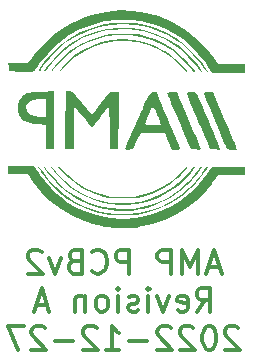
<source format=gbo>
%TF.GenerationSoftware,KiCad,Pcbnew,6.0.10-86aedd382b~118~ubuntu20.04.1*%
%TF.CreationDate,2022-12-27T17:01:33-05:00*%
%TF.ProjectId,AMP_PCBv2,414d505f-5043-4427-9632-2e6b69636164,A*%
%TF.SameCoordinates,Original*%
%TF.FileFunction,Legend,Bot*%
%TF.FilePolarity,Positive*%
%FSLAX46Y46*%
G04 Gerber Fmt 4.6, Leading zero omitted, Abs format (unit mm)*
G04 Created by KiCad (PCBNEW 6.0.10-86aedd382b~118~ubuntu20.04.1) date 2022-12-27 17:01:33*
%MOMM*%
%LPD*%
G01*
G04 APERTURE LIST*
G04 Aperture macros list*
%AMRoundRect*
0 Rectangle with rounded corners*
0 $1 Rounding radius*
0 $2 $3 $4 $5 $6 $7 $8 $9 X,Y pos of 4 corners*
0 Add a 4 corners polygon primitive as box body*
4,1,4,$2,$3,$4,$5,$6,$7,$8,$9,$2,$3,0*
0 Add four circle primitives for the rounded corners*
1,1,$1+$1,$2,$3*
1,1,$1+$1,$4,$5*
1,1,$1+$1,$6,$7*
1,1,$1+$1,$8,$9*
0 Add four rect primitives between the rounded corners*
20,1,$1+$1,$2,$3,$4,$5,0*
20,1,$1+$1,$4,$5,$6,$7,0*
20,1,$1+$1,$6,$7,$8,$9,0*
20,1,$1+$1,$8,$9,$2,$3,0*%
G04 Aperture macros list end*
%ADD10C,0.300000*%
%ADD11R,1.600000X1.600000*%
%ADD12O,1.600000X1.600000*%
%ADD13R,1.700000X1.700000*%
%ADD14O,1.700000X1.700000*%
%ADD15C,1.524000*%
%ADD16R,1.717500X1.800000*%
%ADD17O,1.717500X1.800000*%
%ADD18C,3.200000*%
%ADD19RoundRect,0.250001X-1.099999X-1.399999X1.099999X-1.399999X1.099999X1.399999X-1.099999X1.399999X0*%
%ADD20O,2.700000X3.300000*%
%ADD21R,1.800000X1.800000*%
%ADD22C,1.800000*%
%ADD23RoundRect,0.250001X1.099999X1.399999X-1.099999X1.399999X-1.099999X-1.399999X1.099999X-1.399999X0*%
%ADD24R,1.905000X2.000000*%
%ADD25O,1.905000X2.000000*%
%ADD26C,1.600000*%
%ADD27RoundRect,0.250000X-0.845000X0.620000X-0.845000X-0.620000X0.845000X-0.620000X0.845000X0.620000X0*%
%ADD28O,2.190000X1.740000*%
%ADD29R,1.400000X1.400000*%
%ADD30C,1.400000*%
%ADD31C,3.000000*%
G04 APERTURE END LIST*
D10*
X155669238Y-75091333D02*
X154716857Y-75091333D01*
X155859714Y-75662761D02*
X155193047Y-73662761D01*
X154526380Y-75662761D01*
X153859714Y-75662761D02*
X153859714Y-73662761D01*
X153193047Y-75091333D01*
X152526380Y-73662761D01*
X152526380Y-75662761D01*
X151574000Y-75662761D02*
X151574000Y-73662761D01*
X150812095Y-73662761D01*
X150621619Y-73758000D01*
X150526380Y-73853238D01*
X150431142Y-74043714D01*
X150431142Y-74329428D01*
X150526380Y-74519904D01*
X150621619Y-74615142D01*
X150812095Y-74710380D01*
X151574000Y-74710380D01*
X148050190Y-75662761D02*
X148050190Y-73662761D01*
X147288285Y-73662761D01*
X147097809Y-73758000D01*
X147002571Y-73853238D01*
X146907333Y-74043714D01*
X146907333Y-74329428D01*
X147002571Y-74519904D01*
X147097809Y-74615142D01*
X147288285Y-74710380D01*
X148050190Y-74710380D01*
X144907333Y-75472285D02*
X145002571Y-75567523D01*
X145288285Y-75662761D01*
X145478761Y-75662761D01*
X145764476Y-75567523D01*
X145954952Y-75377047D01*
X146050190Y-75186571D01*
X146145428Y-74805619D01*
X146145428Y-74519904D01*
X146050190Y-74138952D01*
X145954952Y-73948476D01*
X145764476Y-73758000D01*
X145478761Y-73662761D01*
X145288285Y-73662761D01*
X145002571Y-73758000D01*
X144907333Y-73853238D01*
X143383523Y-74615142D02*
X143097809Y-74710380D01*
X143002571Y-74805619D01*
X142907333Y-74996095D01*
X142907333Y-75281809D01*
X143002571Y-75472285D01*
X143097809Y-75567523D01*
X143288285Y-75662761D01*
X144050190Y-75662761D01*
X144050190Y-73662761D01*
X143383523Y-73662761D01*
X143193047Y-73758000D01*
X143097809Y-73853238D01*
X143002571Y-74043714D01*
X143002571Y-74234190D01*
X143097809Y-74424666D01*
X143193047Y-74519904D01*
X143383523Y-74615142D01*
X144050190Y-74615142D01*
X142240666Y-74329428D02*
X141764476Y-75662761D01*
X141288285Y-74329428D01*
X140621619Y-73853238D02*
X140526380Y-73758000D01*
X140335904Y-73662761D01*
X139859714Y-73662761D01*
X139669238Y-73758000D01*
X139574000Y-73853238D01*
X139478761Y-74043714D01*
X139478761Y-74234190D01*
X139574000Y-74519904D01*
X140716857Y-75662761D01*
X139478761Y-75662761D01*
X153764476Y-78882761D02*
X154431142Y-77930380D01*
X154907333Y-78882761D02*
X154907333Y-76882761D01*
X154145428Y-76882761D01*
X153954952Y-76978000D01*
X153859714Y-77073238D01*
X153764476Y-77263714D01*
X153764476Y-77549428D01*
X153859714Y-77739904D01*
X153954952Y-77835142D01*
X154145428Y-77930380D01*
X154907333Y-77930380D01*
X152145428Y-78787523D02*
X152335904Y-78882761D01*
X152716857Y-78882761D01*
X152907333Y-78787523D01*
X153002571Y-78597047D01*
X153002571Y-77835142D01*
X152907333Y-77644666D01*
X152716857Y-77549428D01*
X152335904Y-77549428D01*
X152145428Y-77644666D01*
X152050190Y-77835142D01*
X152050190Y-78025619D01*
X153002571Y-78216095D01*
X151383523Y-77549428D02*
X150907333Y-78882761D01*
X150431142Y-77549428D01*
X149669238Y-78882761D02*
X149669238Y-77549428D01*
X149669238Y-76882761D02*
X149764476Y-76978000D01*
X149669238Y-77073238D01*
X149574000Y-76978000D01*
X149669238Y-76882761D01*
X149669238Y-77073238D01*
X148812095Y-78787523D02*
X148621619Y-78882761D01*
X148240666Y-78882761D01*
X148050190Y-78787523D01*
X147954952Y-78597047D01*
X147954952Y-78501809D01*
X148050190Y-78311333D01*
X148240666Y-78216095D01*
X148526380Y-78216095D01*
X148716857Y-78120857D01*
X148812095Y-77930380D01*
X148812095Y-77835142D01*
X148716857Y-77644666D01*
X148526380Y-77549428D01*
X148240666Y-77549428D01*
X148050190Y-77644666D01*
X147097809Y-78882761D02*
X147097809Y-77549428D01*
X147097809Y-76882761D02*
X147193047Y-76978000D01*
X147097809Y-77073238D01*
X147002571Y-76978000D01*
X147097809Y-76882761D01*
X147097809Y-77073238D01*
X145859714Y-78882761D02*
X146050190Y-78787523D01*
X146145428Y-78692285D01*
X146240666Y-78501809D01*
X146240666Y-77930380D01*
X146145428Y-77739904D01*
X146050190Y-77644666D01*
X145859714Y-77549428D01*
X145574000Y-77549428D01*
X145383523Y-77644666D01*
X145288285Y-77739904D01*
X145193047Y-77930380D01*
X145193047Y-78501809D01*
X145288285Y-78692285D01*
X145383523Y-78787523D01*
X145574000Y-78882761D01*
X145859714Y-78882761D01*
X144335904Y-77549428D02*
X144335904Y-78882761D01*
X144335904Y-77739904D02*
X144240666Y-77644666D01*
X144050190Y-77549428D01*
X143764476Y-77549428D01*
X143574000Y-77644666D01*
X143478761Y-77835142D01*
X143478761Y-78882761D01*
X141097809Y-78311333D02*
X140145428Y-78311333D01*
X141288285Y-78882761D02*
X140621619Y-76882761D01*
X139954952Y-78882761D01*
X157288285Y-80293238D02*
X157193047Y-80198000D01*
X157002571Y-80102761D01*
X156526380Y-80102761D01*
X156335904Y-80198000D01*
X156240666Y-80293238D01*
X156145428Y-80483714D01*
X156145428Y-80674190D01*
X156240666Y-80959904D01*
X157383523Y-82102761D01*
X156145428Y-82102761D01*
X154907333Y-80102761D02*
X154716857Y-80102761D01*
X154526380Y-80198000D01*
X154431142Y-80293238D01*
X154335904Y-80483714D01*
X154240666Y-80864666D01*
X154240666Y-81340857D01*
X154335904Y-81721809D01*
X154431142Y-81912285D01*
X154526380Y-82007523D01*
X154716857Y-82102761D01*
X154907333Y-82102761D01*
X155097809Y-82007523D01*
X155193047Y-81912285D01*
X155288285Y-81721809D01*
X155383523Y-81340857D01*
X155383523Y-80864666D01*
X155288285Y-80483714D01*
X155193047Y-80293238D01*
X155097809Y-80198000D01*
X154907333Y-80102761D01*
X153478761Y-80293238D02*
X153383523Y-80198000D01*
X153193047Y-80102761D01*
X152716857Y-80102761D01*
X152526380Y-80198000D01*
X152431142Y-80293238D01*
X152335904Y-80483714D01*
X152335904Y-80674190D01*
X152431142Y-80959904D01*
X153574000Y-82102761D01*
X152335904Y-82102761D01*
X151574000Y-80293238D02*
X151478761Y-80198000D01*
X151288285Y-80102761D01*
X150812095Y-80102761D01*
X150621619Y-80198000D01*
X150526380Y-80293238D01*
X150431142Y-80483714D01*
X150431142Y-80674190D01*
X150526380Y-80959904D01*
X151669238Y-82102761D01*
X150431142Y-82102761D01*
X149574000Y-81340857D02*
X148050190Y-81340857D01*
X146050190Y-82102761D02*
X147193047Y-82102761D01*
X146621619Y-82102761D02*
X146621619Y-80102761D01*
X146812095Y-80388476D01*
X147002571Y-80578952D01*
X147193047Y-80674190D01*
X145288285Y-80293238D02*
X145193047Y-80198000D01*
X145002571Y-80102761D01*
X144526380Y-80102761D01*
X144335904Y-80198000D01*
X144240666Y-80293238D01*
X144145428Y-80483714D01*
X144145428Y-80674190D01*
X144240666Y-80959904D01*
X145383523Y-82102761D01*
X144145428Y-82102761D01*
X143288285Y-81340857D02*
X141764476Y-81340857D01*
X140907333Y-80293238D02*
X140812095Y-80198000D01*
X140621619Y-80102761D01*
X140145428Y-80102761D01*
X139954952Y-80198000D01*
X139859714Y-80293238D01*
X139764476Y-80483714D01*
X139764476Y-80674190D01*
X139859714Y-80959904D01*
X141002571Y-82102761D01*
X139764476Y-82102761D01*
X139097809Y-80102761D02*
X137764476Y-80102761D01*
X138621619Y-82102761D01*
%TO.C,G\u002A\u002A\u002A*%
G36*
X153399898Y-60305744D02*
G01*
X153618943Y-60318962D01*
X153737130Y-60357510D01*
X153788000Y-60430535D01*
X153803987Y-60475047D01*
X153870919Y-60643493D01*
X153977737Y-60903244D01*
X154113758Y-61228438D01*
X154268298Y-61593211D01*
X154413502Y-61934138D01*
X154700252Y-62609005D01*
X154962009Y-63227216D01*
X155192472Y-63773809D01*
X155385341Y-64233820D01*
X155534315Y-64592284D01*
X155633091Y-64834239D01*
X155770582Y-65177520D01*
X155331486Y-65156211D01*
X154892390Y-65134901D01*
X154588786Y-64419408D01*
X154456476Y-64107199D01*
X154275091Y-63678437D01*
X154084201Y-63226593D01*
X153908274Y-62809549D01*
X153755995Y-62448399D01*
X153563352Y-61991914D01*
X153376250Y-61548916D01*
X153219683Y-61178604D01*
X153111814Y-60919440D01*
X153006227Y-60655499D01*
X152934467Y-60463709D01*
X152908000Y-60373674D01*
X152952367Y-60343222D01*
X153105042Y-60315866D01*
X153328951Y-60305324D01*
X153399898Y-60305744D01*
G37*
G36*
X140911616Y-66620835D02*
G01*
X141037948Y-66766891D01*
X141195178Y-66974002D01*
X141244746Y-67042038D01*
X141927728Y-67853261D01*
X142695596Y-68551995D01*
X143539717Y-69133824D01*
X144451455Y-69594328D01*
X145422177Y-69929087D01*
X146443246Y-70133684D01*
X147506028Y-70203698D01*
X148410939Y-70157287D01*
X149434212Y-69979620D01*
X150404253Y-69669143D01*
X151320428Y-69226117D01*
X152182107Y-68650803D01*
X152988657Y-67943461D01*
X153108224Y-67821696D01*
X153374281Y-67532508D01*
X153617282Y-67246440D01*
X153796372Y-67010670D01*
X153915561Y-66843919D01*
X154066672Y-66663441D01*
X154162427Y-66595551D01*
X154195887Y-66646572D01*
X154154314Y-66742632D01*
X154032362Y-66922345D01*
X153849575Y-67159103D01*
X153625644Y-67429195D01*
X153380258Y-67708911D01*
X153133110Y-67974540D01*
X152903888Y-68202371D01*
X152364234Y-68669826D01*
X151507835Y-69262881D01*
X150589947Y-69728489D01*
X149604295Y-70069652D01*
X148544606Y-70289374D01*
X148270124Y-70326841D01*
X147826631Y-70369918D01*
X147423110Y-70377901D01*
X146999999Y-70350764D01*
X146497740Y-70288482D01*
X145520047Y-70094475D01*
X144527424Y-69767255D01*
X143606019Y-69317023D01*
X142751283Y-68741525D01*
X141958665Y-68038506D01*
X141830529Y-67906841D01*
X141560051Y-67611557D01*
X141310332Y-67317505D01*
X141096991Y-67045132D01*
X140935645Y-66814888D01*
X140841911Y-66647219D01*
X140831407Y-66562574D01*
X140838578Y-66561166D01*
X140911616Y-66620835D01*
G37*
G36*
X152085183Y-60305523D02*
G01*
X152242097Y-60681057D01*
X152271641Y-60751568D01*
X152375035Y-60997142D01*
X152513769Y-61325619D01*
X152673345Y-61702692D01*
X152839262Y-62094056D01*
X152920535Y-62285633D01*
X153103003Y-62716075D01*
X153294001Y-63167003D01*
X153484329Y-63616668D01*
X153664793Y-64043324D01*
X153826194Y-64425222D01*
X153959335Y-64740614D01*
X154055020Y-64967752D01*
X154104052Y-65084889D01*
X154108832Y-65101835D01*
X154074846Y-65144901D01*
X153943431Y-65161813D01*
X153692348Y-65156438D01*
X153242247Y-65134901D01*
X153033722Y-64634056D01*
X152843343Y-64178189D01*
X152588254Y-63570175D01*
X152303049Y-62892748D01*
X152001579Y-62178800D01*
X151697692Y-61461226D01*
X151611850Y-61257565D01*
X151473421Y-60923151D01*
X151362600Y-60647649D01*
X151289033Y-60455238D01*
X151262366Y-60370099D01*
X151303411Y-60341989D01*
X151452748Y-60315581D01*
X151673775Y-60305423D01*
X152085183Y-60305523D01*
G37*
G36*
X148160623Y-55361348D02*
G01*
X148728725Y-55416761D01*
X149213103Y-55504092D01*
X149260581Y-55515721D01*
X150187804Y-55814403D01*
X151076751Y-56234206D01*
X151899651Y-56759908D01*
X152628732Y-57376287D01*
X152781753Y-57529146D01*
X153030657Y-57791416D01*
X153259579Y-58047601D01*
X153448223Y-58273922D01*
X153576293Y-58446598D01*
X153623493Y-58541848D01*
X153613041Y-58583763D01*
X153539668Y-58571840D01*
X153401948Y-58446280D01*
X153206746Y-58212507D01*
X153119580Y-58102343D01*
X152449793Y-57383837D01*
X151692789Y-56770228D01*
X150862764Y-56266773D01*
X149973914Y-55878730D01*
X149040437Y-55611357D01*
X148076529Y-55469910D01*
X147096385Y-55459648D01*
X146114203Y-55585827D01*
X145372477Y-55769027D01*
X144529779Y-56078694D01*
X143748143Y-56491026D01*
X143011656Y-57016127D01*
X142304406Y-57664098D01*
X141610480Y-58445042D01*
X141595248Y-58463350D01*
X141499297Y-58550548D01*
X141462493Y-58523960D01*
X141487452Y-58449063D01*
X141583473Y-58288312D01*
X141727271Y-58094665D01*
X142351350Y-57410436D01*
X143133948Y-56747219D01*
X143997608Y-56201915D01*
X144942230Y-55774584D01*
X145967718Y-55465287D01*
X146403278Y-55391987D01*
X146952970Y-55348424D01*
X147553728Y-55338390D01*
X148160623Y-55361348D01*
G37*
G36*
X148137667Y-54438785D02*
G01*
X148638825Y-54476091D01*
X149044338Y-54535954D01*
X150079816Y-54812082D01*
X151097929Y-55218526D01*
X152036787Y-55740109D01*
X152890716Y-56373151D01*
X153654045Y-57113972D01*
X154321099Y-57958892D01*
X154408958Y-58087604D01*
X154556715Y-58310281D01*
X154658699Y-58472610D01*
X154696732Y-58546172D01*
X154671647Y-58599783D01*
X154589662Y-58551699D01*
X154461978Y-58399252D01*
X154300254Y-58153976D01*
X154113260Y-57882671D01*
X153820893Y-57520874D01*
X153473466Y-57133914D01*
X153102072Y-56754758D01*
X152737809Y-56416375D01*
X152411770Y-56151734D01*
X152095634Y-55929390D01*
X151304453Y-55453806D01*
X150489715Y-55085503D01*
X149616732Y-54810296D01*
X148650817Y-54614003D01*
X148562747Y-54600653D01*
X147542335Y-54523100D01*
X146519353Y-54582090D01*
X145509074Y-54772779D01*
X144526770Y-55090320D01*
X143587710Y-55529870D01*
X142707168Y-56086583D01*
X141900414Y-56755614D01*
X141844306Y-56809961D01*
X141589739Y-57078123D01*
X141306458Y-57402600D01*
X141026949Y-57744028D01*
X140783697Y-58063042D01*
X140609187Y-58320277D01*
X140560053Y-58395051D01*
X140452881Y-58518147D01*
X140379807Y-58547999D01*
X140370821Y-58534005D01*
X140399754Y-58427520D01*
X140502369Y-58242557D01*
X140662859Y-58000976D01*
X140865417Y-57724635D01*
X141094238Y-57435395D01*
X141333513Y-57155113D01*
X141567437Y-56905648D01*
X142052644Y-56452416D01*
X142924964Y-55787427D01*
X143866248Y-55247280D01*
X144879499Y-54830359D01*
X145967718Y-54535047D01*
X146072310Y-54515389D01*
X146508187Y-54462337D01*
X147027563Y-54431895D01*
X147585652Y-54424048D01*
X148137667Y-54438785D01*
G37*
G36*
X140390214Y-67179025D02*
G01*
X140473557Y-67299698D01*
X140906788Y-67856291D01*
X141415683Y-68419890D01*
X141957087Y-68945081D01*
X142487843Y-69386448D01*
X142883522Y-69655677D01*
X143458498Y-69983347D01*
X144084386Y-70285267D01*
X144710961Y-70537582D01*
X145288000Y-70716438D01*
X145334081Y-70727873D01*
X146443937Y-70934314D01*
X147535164Y-71001384D01*
X148621031Y-70929087D01*
X149714805Y-70717426D01*
X150510530Y-70468467D01*
X151474849Y-70037009D01*
X152382012Y-69483806D01*
X153218371Y-68818659D01*
X153970277Y-68051372D01*
X154624083Y-67191745D01*
X155016503Y-66601662D01*
X157844901Y-66601662D01*
X157844901Y-67317155D01*
X155567349Y-67317155D01*
X155361122Y-67585465D01*
X155309386Y-67653653D01*
X155156973Y-67862849D01*
X155041348Y-68032648D01*
X155038293Y-68037436D01*
X154867951Y-68268578D01*
X154619853Y-68561173D01*
X154323291Y-68883366D01*
X154007559Y-69203305D01*
X153701950Y-69489136D01*
X153012869Y-70040702D01*
X152067716Y-70638943D01*
X151044641Y-71128761D01*
X149959885Y-71502610D01*
X148829690Y-71752943D01*
X148731941Y-71764732D01*
X148460509Y-71781945D01*
X148100472Y-71792609D01*
X147687086Y-71795873D01*
X147255606Y-71790888D01*
X147144311Y-71788313D01*
X146673264Y-71772548D01*
X146300252Y-71748579D01*
X145987865Y-71712292D01*
X145698692Y-71659573D01*
X145395324Y-71586309D01*
X144924466Y-71458401D01*
X144523112Y-71337072D01*
X144176099Y-71214250D01*
X143839400Y-71074284D01*
X143468986Y-70901522D01*
X143249888Y-70792425D01*
X142249183Y-70204486D01*
X141351615Y-69520036D01*
X140560167Y-68741590D01*
X139877820Y-67871662D01*
X139448872Y-67245606D01*
X137811099Y-67245606D01*
X137811099Y-66530113D01*
X139953887Y-66530113D01*
X140390214Y-67179025D01*
G37*
G36*
X148407677Y-55894680D02*
G01*
X149324246Y-56071144D01*
X150199753Y-56365326D01*
X151011944Y-56775713D01*
X151039352Y-56792498D01*
X151319017Y-56980890D01*
X151629705Y-57215042D01*
X151950543Y-57476268D01*
X152260660Y-57745881D01*
X152539181Y-58005196D01*
X152765235Y-58235524D01*
X152917950Y-58418181D01*
X152976452Y-58534479D01*
X152976158Y-58555778D01*
X152955149Y-58578500D01*
X152893365Y-58545794D01*
X152776206Y-58445727D01*
X152589072Y-58266366D01*
X152317364Y-57995779D01*
X152117910Y-57802103D01*
X151825337Y-57536561D01*
X151550543Y-57305983D01*
X151333620Y-57145040D01*
X150611238Y-56724169D01*
X149704155Y-56333771D01*
X148780126Y-56078794D01*
X147849449Y-55958218D01*
X146922421Y-55971023D01*
X146009342Y-56116190D01*
X145120508Y-56392696D01*
X144266217Y-56799524D01*
X143456769Y-57335652D01*
X142702459Y-58000060D01*
X142692147Y-58010427D01*
X142463395Y-58231862D01*
X142276446Y-58397201D01*
X142150325Y-58490663D01*
X142104056Y-58496465D01*
X142105171Y-58489270D01*
X142168251Y-58389936D01*
X142313963Y-58218888D01*
X142522560Y-57998128D01*
X142774297Y-57749658D01*
X142917710Y-57615286D01*
X143525100Y-57112292D01*
X144156239Y-56704642D01*
X144862476Y-56358119D01*
X145634146Y-56086702D01*
X146540373Y-55900947D01*
X147472301Y-55837444D01*
X148407677Y-55894680D01*
G37*
G36*
X148373103Y-53412809D02*
G01*
X149492616Y-53583712D01*
X150584523Y-53892311D01*
X151641838Y-54337577D01*
X152657578Y-54918479D01*
X153053356Y-55201167D01*
X153544709Y-55605101D01*
X154039327Y-56060426D01*
X154505524Y-56536214D01*
X154911615Y-57001536D01*
X155225913Y-57425465D01*
X155566313Y-57944197D01*
X157844901Y-57944197D01*
X157844901Y-58659690D01*
X155066753Y-58659690D01*
X154838588Y-58288874D01*
X154745385Y-58144910D01*
X154505948Y-57808848D01*
X154215820Y-57431914D01*
X153907060Y-57055117D01*
X153611728Y-56719470D01*
X153218027Y-56335720D01*
X152594849Y-55841792D01*
X151887359Y-55382822D01*
X151129072Y-54978089D01*
X150353505Y-54646873D01*
X149594174Y-54408453D01*
X149161816Y-54312492D01*
X148097524Y-54177189D01*
X147023239Y-54177696D01*
X145954718Y-54311462D01*
X144907716Y-54575931D01*
X143897989Y-54968551D01*
X142941290Y-55486768D01*
X142547976Y-55761411D01*
X142072196Y-56149981D01*
X141588718Y-56594555D01*
X141130379Y-57063122D01*
X140730014Y-57523672D01*
X140420459Y-57944197D01*
X140349780Y-58051782D01*
X140192629Y-58282079D01*
X140067593Y-58453268D01*
X139996861Y-58534433D01*
X139975287Y-58541960D01*
X139831909Y-58558016D01*
X139583877Y-58568668D01*
X139258813Y-58573028D01*
X138884338Y-58570208D01*
X137846873Y-58552366D01*
X137825066Y-58212507D01*
X137803258Y-57872648D01*
X139507287Y-57872648D01*
X139828468Y-57389690D01*
X140002854Y-57143850D01*
X140407112Y-56648778D01*
X140879715Y-56143452D01*
X141383556Y-55666431D01*
X141881527Y-55256277D01*
X142080421Y-55113179D01*
X142589481Y-54788994D01*
X143161223Y-54470118D01*
X143752685Y-54178357D01*
X144320907Y-53935514D01*
X144822930Y-53763394D01*
X144918778Y-53736576D01*
X146079198Y-53488211D01*
X147232968Y-53380632D01*
X148373103Y-53412809D01*
G37*
G36*
X151897030Y-63976937D02*
G01*
X152089996Y-64446574D01*
X152226930Y-64790452D01*
X152308558Y-65010368D01*
X152335606Y-65108119D01*
X152313734Y-65129842D01*
X152187344Y-65159177D01*
X151985901Y-65170676D01*
X151636196Y-65170676D01*
X151355479Y-64473070D01*
X151074761Y-63775465D01*
X150039451Y-63755754D01*
X149004141Y-63736044D01*
X148725767Y-64363923D01*
X148656407Y-64518461D01*
X148534630Y-64780570D01*
X148436794Y-64979523D01*
X148379358Y-65081239D01*
X148349414Y-65105169D01*
X148200024Y-65152048D01*
X147990356Y-65170676D01*
X147873624Y-65169676D01*
X147738640Y-65153808D01*
X147696582Y-65101549D01*
X147714379Y-64991418D01*
X147741494Y-64909187D01*
X147823336Y-64703717D01*
X147941276Y-64430551D01*
X148079882Y-64126213D01*
X148182391Y-63905256D01*
X148295094Y-63657865D01*
X148371967Y-63483551D01*
X148400394Y-63410483D01*
X148400832Y-63408139D01*
X148436312Y-63322139D01*
X148520405Y-63135522D01*
X148579705Y-63007309D01*
X149349228Y-63007309D01*
X149671840Y-63051528D01*
X149774126Y-63063570D01*
X150077153Y-63086602D01*
X150374812Y-63095746D01*
X150755174Y-63095746D01*
X150659877Y-62827437D01*
X150547005Y-62524572D01*
X150415827Y-62201413D01*
X150288374Y-61912488D01*
X150176227Y-61682753D01*
X150090967Y-61537166D01*
X150044176Y-61500683D01*
X150007624Y-61563277D01*
X149922529Y-61735034D01*
X149805744Y-61984478D01*
X149671219Y-62282373D01*
X149349228Y-63007309D01*
X148579705Y-63007309D01*
X148641473Y-62873762D01*
X148787879Y-62562334D01*
X148796829Y-62543418D01*
X148948047Y-62220011D01*
X149078225Y-61934841D01*
X149173743Y-61718168D01*
X149220977Y-61600251D01*
X149234132Y-61564084D01*
X149305254Y-61397513D01*
X149415730Y-61156821D01*
X149547875Y-60880929D01*
X149566059Y-60843733D01*
X149696346Y-60583558D01*
X149790933Y-60424576D01*
X149873629Y-60341946D01*
X149968241Y-60310831D01*
X150098579Y-60306392D01*
X150368000Y-60307461D01*
X150667312Y-61039773D01*
X150696358Y-61110678D01*
X150847904Y-61477519D01*
X151030377Y-61915539D01*
X151223358Y-62375847D01*
X151406427Y-62809549D01*
X151527330Y-63095746D01*
X151647305Y-63379744D01*
X151897030Y-63976937D01*
G37*
G36*
X156110130Y-62541239D02*
G01*
X156269592Y-62920977D01*
X156485898Y-63437086D01*
X156682055Y-63906268D01*
X156850982Y-64311533D01*
X156985603Y-64635889D01*
X157078837Y-64862347D01*
X157123607Y-64973915D01*
X157197416Y-65170676D01*
X156781376Y-65170676D01*
X156579974Y-65167202D01*
X156426028Y-65144285D01*
X156338347Y-65085349D01*
X156274478Y-64973915D01*
X156217161Y-64845816D01*
X156098237Y-64571965D01*
X155932525Y-64184959D01*
X155724575Y-63695477D01*
X155478936Y-63114199D01*
X155200155Y-62451803D01*
X155039134Y-62070021D01*
X154866118Y-61662430D01*
X154706715Y-61289317D01*
X154581697Y-60999464D01*
X154540793Y-60904455D01*
X154437720Y-60655110D01*
X154365930Y-60466433D01*
X154338986Y-60373408D01*
X154381530Y-60343494D01*
X154532388Y-60315950D01*
X154754723Y-60305324D01*
X155170461Y-60305324D01*
X156110130Y-62541239D01*
G37*
G36*
X140431494Y-66650200D02*
G01*
X140579302Y-66830844D01*
X140787342Y-67116290D01*
X141187102Y-67638263D01*
X141873465Y-68368504D01*
X142641643Y-69017559D01*
X143466296Y-69564831D01*
X144322085Y-69989720D01*
X144635773Y-70113018D01*
X145690574Y-70434124D01*
X146746543Y-70612444D01*
X147801072Y-70648015D01*
X148851557Y-70540871D01*
X149895391Y-70291050D01*
X150929968Y-69898587D01*
X150979537Y-69875964D01*
X151699756Y-69487128D01*
X152412266Y-68998082D01*
X153083343Y-68436846D01*
X153679263Y-67831436D01*
X154166301Y-67209870D01*
X154190873Y-67173805D01*
X154415119Y-66858423D01*
X154572874Y-66666325D01*
X154666094Y-66595423D01*
X154696732Y-66643631D01*
X154693021Y-66664071D01*
X154624790Y-66797118D01*
X154484646Y-67006479D01*
X154291001Y-67268540D01*
X154062262Y-67559689D01*
X153816840Y-67856314D01*
X153573144Y-68134802D01*
X153349582Y-68371540D01*
X153266048Y-68453978D01*
X152490604Y-69112660D01*
X151622964Y-69680170D01*
X150688678Y-70143614D01*
X149713295Y-70490097D01*
X148722366Y-70706727D01*
X148636774Y-70713638D01*
X148412173Y-70720301D01*
X148093735Y-70722960D01*
X147710468Y-70721436D01*
X147291380Y-70715550D01*
X146997920Y-70708330D01*
X146446233Y-70681013D01*
X145980769Y-70632645D01*
X145562917Y-70556981D01*
X145154067Y-70447771D01*
X144715606Y-70298770D01*
X144699999Y-70293028D01*
X143712679Y-69857052D01*
X142797218Y-69307774D01*
X141966379Y-68655199D01*
X141232924Y-67909332D01*
X140609616Y-67080176D01*
X140557404Y-66998982D01*
X140406873Y-66748750D01*
X140339539Y-66607987D01*
X140349659Y-66575526D01*
X140431494Y-66650200D01*
G37*
G36*
X142174201Y-66675639D02*
G01*
X142375950Y-66851764D01*
X142665937Y-67131751D01*
X142844805Y-67305985D01*
X143559405Y-67911757D01*
X144302894Y-68393578D01*
X145101671Y-68766687D01*
X145982134Y-69046326D01*
X146446906Y-69137201D01*
X147104492Y-69198881D01*
X147797806Y-69202984D01*
X148473972Y-69149634D01*
X149080113Y-69038958D01*
X149949590Y-68759852D01*
X150831355Y-68335210D01*
X151644052Y-67785308D01*
X152386828Y-67110642D01*
X152552073Y-66943199D01*
X152743884Y-66762230D01*
X152883142Y-66647076D01*
X152947544Y-66617356D01*
X152949898Y-66620662D01*
X152918799Y-66701177D01*
X152801252Y-66852543D01*
X152617644Y-67054647D01*
X152388363Y-67287374D01*
X152133795Y-67530610D01*
X151874327Y-67764240D01*
X151630348Y-67968151D01*
X151422244Y-68122229D01*
X150798402Y-68497960D01*
X150112729Y-68831608D01*
X149433754Y-69086986D01*
X148801994Y-69246706D01*
X148735167Y-69256166D01*
X148485069Y-69275400D01*
X148142877Y-69287937D01*
X147744828Y-69292741D01*
X147327155Y-69288781D01*
X146957611Y-69278705D01*
X146549573Y-69257795D01*
X146224742Y-69225268D01*
X145948527Y-69177362D01*
X145686334Y-69110314D01*
X144962455Y-68856236D01*
X144073727Y-68416258D01*
X143259088Y-67861466D01*
X142535121Y-67201902D01*
X142321586Y-66971155D01*
X142134382Y-66751135D01*
X142049816Y-66627255D01*
X142064289Y-66601446D01*
X142174201Y-66675639D01*
G37*
G36*
X143019897Y-60233791D02*
G01*
X143126112Y-60238118D01*
X143217900Y-60260971D01*
X143312463Y-60317965D01*
X143427002Y-60424717D01*
X143578721Y-60596845D01*
X143784822Y-60849963D01*
X144062506Y-61199690D01*
X144268316Y-61456793D01*
X144500635Y-61739460D01*
X144692172Y-61964012D01*
X144827251Y-62112159D01*
X144890198Y-62165606D01*
X144927339Y-62138150D01*
X145043885Y-62016025D01*
X145221088Y-61813087D01*
X145442837Y-61547930D01*
X145693021Y-61239146D01*
X146432789Y-60312686D01*
X146808423Y-60309005D01*
X147184056Y-60305324D01*
X147183869Y-61253352D01*
X147182011Y-61569104D01*
X147175531Y-62041999D01*
X147165242Y-62576173D01*
X147152019Y-63127101D01*
X147136737Y-63650253D01*
X147089794Y-65099127D01*
X146399471Y-65099127D01*
X146380355Y-63304583D01*
X146361240Y-61510040D01*
X145681313Y-62350662D01*
X145561902Y-62497168D01*
X145330082Y-62774906D01*
X145133884Y-63001215D01*
X144991069Y-63155862D01*
X144919398Y-63218614D01*
X144895190Y-63218293D01*
X144830454Y-63179581D01*
X144728366Y-63082871D01*
X144579064Y-62916990D01*
X144372688Y-62670761D01*
X144099375Y-62333008D01*
X143749264Y-61892557D01*
X143391944Y-61440635D01*
X143391944Y-65099127D01*
X142604901Y-65099127D01*
X142605089Y-64115324D01*
X142606892Y-63795404D01*
X142613344Y-63311529D01*
X142623639Y-62767692D01*
X142636892Y-62209522D01*
X142652221Y-61682648D01*
X142699164Y-60233775D01*
X142998516Y-60233775D01*
X143019897Y-60233791D01*
G37*
G36*
X141502364Y-66633581D02*
G01*
X141657149Y-66791520D01*
X141876235Y-67045031D01*
X142567768Y-67783098D01*
X143326989Y-68403165D01*
X144163753Y-68910992D01*
X145088288Y-69312785D01*
X146110817Y-69614748D01*
X146388061Y-69660233D01*
X146795861Y-69692999D01*
X147268981Y-69707261D01*
X147767115Y-69703405D01*
X148249961Y-69681816D01*
X148677212Y-69642881D01*
X149008563Y-69586986D01*
X149985370Y-69292932D01*
X150925352Y-68872056D01*
X151785937Y-68332795D01*
X152571113Y-67672634D01*
X153284863Y-66889058D01*
X153401430Y-66753580D01*
X153521855Y-66638597D01*
X153585364Y-66611232D01*
X153589279Y-66628187D01*
X153539374Y-66735600D01*
X153415373Y-66913918D01*
X153236168Y-67139974D01*
X153020656Y-67390602D01*
X152787729Y-67642638D01*
X152556285Y-67872916D01*
X152160141Y-68217756D01*
X151366417Y-68773352D01*
X150497499Y-69229590D01*
X149582571Y-69572168D01*
X148650817Y-69786786D01*
X148503519Y-69808742D01*
X147824918Y-69873667D01*
X147169156Y-69866983D01*
X146462828Y-69788757D01*
X145831654Y-69666227D01*
X144861648Y-69365300D01*
X143948836Y-68941380D01*
X143106115Y-68401975D01*
X142346385Y-67754590D01*
X141682543Y-67006732D01*
X141666040Y-66985191D01*
X141493717Y-66747019D01*
X141413658Y-66609948D01*
X141418870Y-66572596D01*
X141502364Y-66633581D01*
G37*
G36*
X148267830Y-54871615D02*
G01*
X148290381Y-54873626D01*
X149332236Y-55037860D01*
X150326767Y-55335611D01*
X151265860Y-55763199D01*
X152141402Y-56316942D01*
X152945278Y-56993162D01*
X153050689Y-57096693D01*
X153323531Y-57382101D01*
X153588248Y-57680711D01*
X153826341Y-57969533D01*
X154019312Y-58225577D01*
X154148660Y-58425852D01*
X154195887Y-58547370D01*
X154188875Y-58583455D01*
X154127122Y-58574183D01*
X154007738Y-58449257D01*
X153838141Y-58215557D01*
X153758902Y-58105608D01*
X153556268Y-57853519D01*
X153308067Y-57568805D01*
X153051099Y-57294527D01*
X152579039Y-56844597D01*
X151866227Y-56285624D01*
X151098392Y-55825634D01*
X150249810Y-55449900D01*
X149294761Y-55143693D01*
X149106193Y-55099305D01*
X148598946Y-55023459D01*
X148012956Y-54981395D01*
X147390010Y-54973044D01*
X146771894Y-54998337D01*
X146200394Y-55057205D01*
X145717296Y-55149581D01*
X144956073Y-55386668D01*
X144086860Y-55754001D01*
X143287238Y-56195493D01*
X143009812Y-56388257D01*
X142619416Y-56701197D01*
X142214415Y-57062907D01*
X141828412Y-57441628D01*
X141495007Y-57805602D01*
X141247801Y-58123070D01*
X141184662Y-58214515D01*
X141013514Y-58440313D01*
X140897243Y-58549936D01*
X140827566Y-58551838D01*
X140823741Y-58539964D01*
X140867783Y-58438192D01*
X140988906Y-58258611D01*
X141170814Y-58021810D01*
X141397207Y-57748379D01*
X141651788Y-57458907D01*
X141918259Y-57173983D01*
X142452931Y-56670154D01*
X143281332Y-56050924D01*
X144175659Y-55555992D01*
X145128690Y-55187978D01*
X146133209Y-54949499D01*
X147181995Y-54843172D01*
X148267830Y-54871615D01*
G37*
G36*
X140959268Y-65099127D02*
G01*
X140959268Y-63045780D01*
X140279726Y-63001142D01*
X139862445Y-62958862D01*
X139460177Y-62868125D01*
X139153871Y-62723110D01*
X138919647Y-62511785D01*
X138733626Y-62222118D01*
X138611904Y-61847696D01*
X138607532Y-61540385D01*
X139338814Y-61540385D01*
X139373357Y-61819281D01*
X139513547Y-62071791D01*
X139742930Y-62254931D01*
X139746826Y-62256862D01*
X140055407Y-62348741D01*
X140476310Y-62380142D01*
X140959268Y-62380253D01*
X140959268Y-60877718D01*
X140476310Y-60877829D01*
X140308913Y-60882578D01*
X139887719Y-60952195D01*
X139581879Y-61104544D01*
X139392397Y-61339197D01*
X139338814Y-61540385D01*
X138607532Y-61540385D01*
X138606078Y-61438147D01*
X138718075Y-61046144D01*
X138942552Y-60710345D01*
X139004019Y-60646909D01*
X139162182Y-60505877D01*
X139328899Y-60404504D01*
X139531076Y-60335356D01*
X139795617Y-60290995D01*
X140149426Y-60263986D01*
X140619409Y-60246894D01*
X141674761Y-60218178D01*
X141674761Y-65099127D01*
X140959268Y-65099127D01*
G37*
%TD*%
%LPC*%
D11*
%TO.C,U9*%
X160030000Y-115814000D03*
D12*
X162570000Y-115814000D03*
X165110000Y-115814000D03*
X167650000Y-115814000D03*
X167650000Y-108194000D03*
X165110000Y-108194000D03*
X162570000Y-108194000D03*
X160030000Y-108194000D03*
%TD*%
D13*
%TO.C,JT2*%
X146299000Y-106680000D03*
D14*
X143759000Y-106680000D03*
X141219000Y-106680000D03*
X138679000Y-106680000D03*
X136139000Y-106680000D03*
%TD*%
D15*
%TO.C,J6*%
X164179000Y-82709000D03*
X164179000Y-80169000D03*
X164179000Y-77629000D03*
X164179000Y-75089000D03*
X164179000Y-72549000D03*
X164179000Y-70009000D03*
X164179000Y-67469000D03*
X164179000Y-64929000D03*
X164179000Y-62389000D03*
X164179000Y-59849000D03*
X164179000Y-57309000D03*
X164179000Y-54769000D03*
X164179000Y-52229000D03*
X131159000Y-52229000D03*
X131159000Y-54769000D03*
X131159000Y-57309000D03*
X131159000Y-59849000D03*
X131159000Y-62389000D03*
X131159000Y-64929000D03*
X131159000Y-67469000D03*
X131159000Y-70009000D03*
X131159000Y-72549000D03*
X131159000Y-75089000D03*
X131159000Y-77629000D03*
X131159000Y-80169000D03*
X131159000Y-82709000D03*
%TD*%
D13*
%TO.C,JP8*%
X184897000Y-124460000D03*
D14*
X182357000Y-124460000D03*
X179817000Y-124460000D03*
%TD*%
D13*
%TO.C,JP4*%
X184897000Y-134620000D03*
D14*
X182357000Y-134620000D03*
X179817000Y-134620000D03*
%TD*%
D16*
%TO.C,Q2*%
X178304000Y-97402000D03*
D17*
X180594000Y-97402000D03*
X182884000Y-97402000D03*
%TD*%
D15*
%TO.C,U10*%
X104394000Y-99314000D03*
X106934000Y-99314000D03*
X109474000Y-99314000D03*
X112014000Y-99314000D03*
X114554000Y-99314000D03*
X117094000Y-99314000D03*
X119634000Y-99314000D03*
X122174000Y-99314000D03*
X124714000Y-99314000D03*
X104394000Y-73914000D03*
X106934000Y-73914000D03*
X109474000Y-73914000D03*
X112014000Y-73914000D03*
X114554000Y-73914000D03*
%TD*%
D13*
%TO.C,JT1*%
X153924000Y-144770000D03*
D14*
X153924000Y-142230000D03*
X153924000Y-139690000D03*
X153924000Y-137150000D03*
X153924000Y-134610000D03*
X153924000Y-132070000D03*
X153924000Y-129530000D03*
X153924000Y-126990000D03*
X153924000Y-124450000D03*
X153924000Y-121910000D03*
X153924000Y-119370000D03*
X153924000Y-116830000D03*
X153924000Y-114290000D03*
X153924000Y-111750000D03*
%TD*%
D13*
%TO.C,JP5*%
X184897000Y-132080000D03*
D14*
X182357000Y-132080000D03*
X179817000Y-132080000D03*
%TD*%
D18*
%TO.C,H4*%
X91694000Y-51816000D03*
%TD*%
D13*
%TO.C,JP10*%
X184897000Y-119380000D03*
D14*
X182357000Y-119380000D03*
X179817000Y-119380000D03*
%TD*%
D19*
%TO.C,J2*%
X173228000Y-59742000D03*
D20*
X173228000Y-65242000D03*
%TD*%
D21*
%TO.C,D11*%
X106680000Y-59187000D03*
D22*
X106680000Y-61727000D03*
%TD*%
D18*
%TO.C,H1*%
X91694000Y-143256000D03*
%TD*%
D16*
%TO.C,Q3*%
X168652000Y-93218000D03*
D17*
X170942000Y-93218000D03*
X173232000Y-93218000D03*
%TD*%
D21*
%TO.C,D10*%
X106680000Y-67056000D03*
D22*
X106680000Y-69596000D03*
%TD*%
D13*
%TO.C,JT4*%
X125984000Y-142240000D03*
%TD*%
D23*
%TO.C,J4*%
X144222000Y-101294000D03*
D20*
X140022000Y-101294000D03*
X135822000Y-101294000D03*
X131622000Y-101294000D03*
X144222000Y-95794000D03*
X140022000Y-95794000D03*
X135822000Y-95794000D03*
X131622000Y-95794000D03*
%TD*%
D13*
%TO.C,JP7*%
X184897000Y-127000000D03*
D14*
X182357000Y-127000000D03*
X179817000Y-127000000D03*
%TD*%
D21*
%TO.C,D13*%
X105918000Y-120142000D03*
D22*
X105918000Y-122682000D03*
%TD*%
D24*
%TO.C,U3*%
X106934000Y-141478000D03*
D25*
X104394000Y-141478000D03*
X101854000Y-141478000D03*
%TD*%
D21*
%TO.C,D3*%
X92884000Y-105664000D03*
D22*
X95424000Y-105664000D03*
%TD*%
D11*
%TO.C,U8*%
X103119000Y-135880000D03*
D12*
X105659000Y-135880000D03*
X108199000Y-135880000D03*
X110739000Y-135880000D03*
X113279000Y-135880000D03*
X115819000Y-135880000D03*
X118359000Y-135880000D03*
X118359000Y-128260000D03*
X115819000Y-128260000D03*
X113279000Y-128260000D03*
X110739000Y-128260000D03*
X108199000Y-128260000D03*
X105659000Y-128260000D03*
X103119000Y-128260000D03*
%TD*%
D13*
%TO.C,J5*%
X122936000Y-124460000D03*
D14*
X122936000Y-127000000D03*
X122936000Y-129540000D03*
X122936000Y-132080000D03*
%TD*%
D13*
%TO.C,JP6*%
X184897000Y-129540000D03*
D14*
X182357000Y-129540000D03*
X179817000Y-129540000D03*
%TD*%
D21*
%TO.C,D4*%
X183642000Y-114300000D03*
D22*
X181102000Y-114300000D03*
%TD*%
D11*
%TO.C,U6*%
X158257000Y-132832000D03*
D12*
X160797000Y-132832000D03*
X163337000Y-132832000D03*
X165877000Y-132832000D03*
X168417000Y-132832000D03*
X170957000Y-132832000D03*
X173497000Y-132832000D03*
X176037000Y-132832000D03*
X176037000Y-125212000D03*
X173497000Y-125212000D03*
X170957000Y-125212000D03*
X168417000Y-125212000D03*
X165877000Y-125212000D03*
X163337000Y-125212000D03*
X160797000Y-125212000D03*
X158257000Y-125212000D03*
%TD*%
D13*
%TO.C,JP9*%
X184897000Y-121920000D03*
D14*
X182357000Y-121920000D03*
X179817000Y-121920000D03*
%TD*%
D21*
%TO.C,D6*%
X173995000Y-99314000D03*
D22*
X171455000Y-99314000D03*
%TD*%
D11*
%TO.C,U5*%
X158257000Y-145278000D03*
D12*
X160797000Y-145278000D03*
X163337000Y-145278000D03*
X165877000Y-145278000D03*
X168417000Y-145278000D03*
X170957000Y-145278000D03*
X173497000Y-145278000D03*
X176037000Y-145278000D03*
X176037000Y-137658000D03*
X173497000Y-137658000D03*
X170957000Y-137658000D03*
X168417000Y-137658000D03*
X165877000Y-137658000D03*
X163337000Y-137658000D03*
X160797000Y-137658000D03*
X158257000Y-137658000D03*
%TD*%
D21*
%TO.C,D7*%
X155956000Y-102870000D03*
D22*
X153416000Y-102870000D03*
%TD*%
D26*
%TO.C,U1*%
X148844000Y-144780000D03*
X148844000Y-142240000D03*
X148844000Y-139700000D03*
X148844000Y-137160000D03*
X148844000Y-134620000D03*
X148844000Y-132080000D03*
X148844000Y-129540000D03*
X148844000Y-127000000D03*
X148844000Y-124460000D03*
X148844000Y-121920000D03*
X148844000Y-119380000D03*
X148844000Y-116840000D03*
X148844000Y-114300000D03*
X148844000Y-111760000D03*
X146304000Y-111760000D03*
X143764000Y-111760000D03*
X141224000Y-111760000D03*
X138684000Y-111760000D03*
X136144000Y-111760000D03*
X133604000Y-111760000D03*
X133604000Y-114300000D03*
X133604000Y-116840000D03*
X133604000Y-119380000D03*
X133604000Y-121920000D03*
X133604000Y-124460000D03*
X133604000Y-127000000D03*
X133604000Y-129540000D03*
X133604000Y-132080000D03*
X133604000Y-134620000D03*
X133604000Y-137160000D03*
X133604000Y-139700000D03*
X133604000Y-142240000D03*
X133604000Y-144780000D03*
X136144000Y-142240000D03*
X136144000Y-116840000D03*
X136144000Y-119380000D03*
X138684000Y-116840000D03*
X138684000Y-119380000D03*
X141224000Y-116840000D03*
X141224000Y-119380000D03*
X143764000Y-116840000D03*
X143764000Y-119380000D03*
X146304000Y-116840000D03*
X146304000Y-119380000D03*
%TD*%
D16*
%TO.C,Q1*%
X178304000Y-108458000D03*
D17*
X180594000Y-108458000D03*
X182884000Y-108458000D03*
%TD*%
D19*
%TO.C,J1*%
X121666000Y-59742000D03*
D20*
X121666000Y-65242000D03*
%TD*%
D11*
%TO.C,U7*%
X96541500Y-135621000D03*
D12*
X96541500Y-133081000D03*
X96541500Y-130541000D03*
X96541500Y-128001000D03*
X96541500Y-125461000D03*
X96541500Y-122921000D03*
X96541500Y-120381000D03*
X96541500Y-117841000D03*
X88921500Y-117841000D03*
X88921500Y-120381000D03*
X88921500Y-122921000D03*
X88921500Y-125461000D03*
X88921500Y-128001000D03*
X88921500Y-130541000D03*
X88921500Y-133081000D03*
X88921500Y-135621000D03*
%TD*%
D13*
%TO.C,JT3*%
X128524000Y-111760000D03*
D14*
X128524000Y-114300000D03*
X128524000Y-116840000D03*
X128524000Y-119380000D03*
X128524000Y-121920000D03*
X128524000Y-124460000D03*
X128524000Y-127000000D03*
X128524000Y-129540000D03*
X128524000Y-132080000D03*
X128524000Y-134620000D03*
X128524000Y-137160000D03*
X128524000Y-139700000D03*
X128524000Y-142240000D03*
X128524000Y-144780000D03*
%TD*%
D21*
%TO.C,D14*%
X91186000Y-74925000D03*
D22*
X91186000Y-77465000D03*
%TD*%
D21*
%TO.C,D8*%
X174503000Y-120396000D03*
D22*
X171963000Y-120396000D03*
%TD*%
D27*
%TO.C,JX1*%
X182880000Y-60198000D03*
D28*
X182880000Y-62738000D03*
X182880000Y-65278000D03*
X182880000Y-67818000D03*
%TD*%
D21*
%TO.C,D5*%
X183682000Y-103378000D03*
D22*
X181142000Y-103378000D03*
%TD*%
D21*
%TO.C,D2*%
X120396000Y-145562000D03*
D22*
X120396000Y-143022000D03*
%TD*%
D24*
%TO.C,U4*%
X97790000Y-93543000D03*
D25*
X95250000Y-93543000D03*
X92710000Y-93543000D03*
%TD*%
D21*
%TO.C,D1*%
X91186000Y-88138000D03*
D22*
X91186000Y-85598000D03*
%TD*%
D21*
%TO.C,D9*%
X174503000Y-112522000D03*
D22*
X171963000Y-112522000D03*
%TD*%
D23*
%TO.C,J3*%
X183592000Y-88086000D03*
D20*
X179392000Y-88086000D03*
X175192000Y-88086000D03*
X170992000Y-88086000D03*
X183592000Y-82586000D03*
X179392000Y-82586000D03*
X175192000Y-82586000D03*
X170992000Y-82586000D03*
%TD*%
D13*
%TO.C,JP3*%
X184897000Y-137160000D03*
D14*
X182357000Y-137160000D03*
X179817000Y-137160000D03*
%TD*%
D18*
%TO.C,H2*%
X183134000Y-143256000D03*
%TD*%
D21*
%TO.C,D12*%
X106680000Y-51313000D03*
D22*
X106680000Y-53853000D03*
%TD*%
D16*
%TO.C,Q4*%
X150613000Y-96640000D03*
D17*
X152903000Y-96640000D03*
X155193000Y-96640000D03*
%TD*%
D18*
%TO.C,H3*%
X183134000Y-51816000D03*
%TD*%
D29*
%TO.C,USB1*%
X107716000Y-111956500D03*
D30*
X110216000Y-111956500D03*
X110216000Y-108756500D03*
X107716000Y-108756500D03*
D31*
X102946000Y-109246500D03*
X114986000Y-109246500D03*
%TD*%
M02*

</source>
